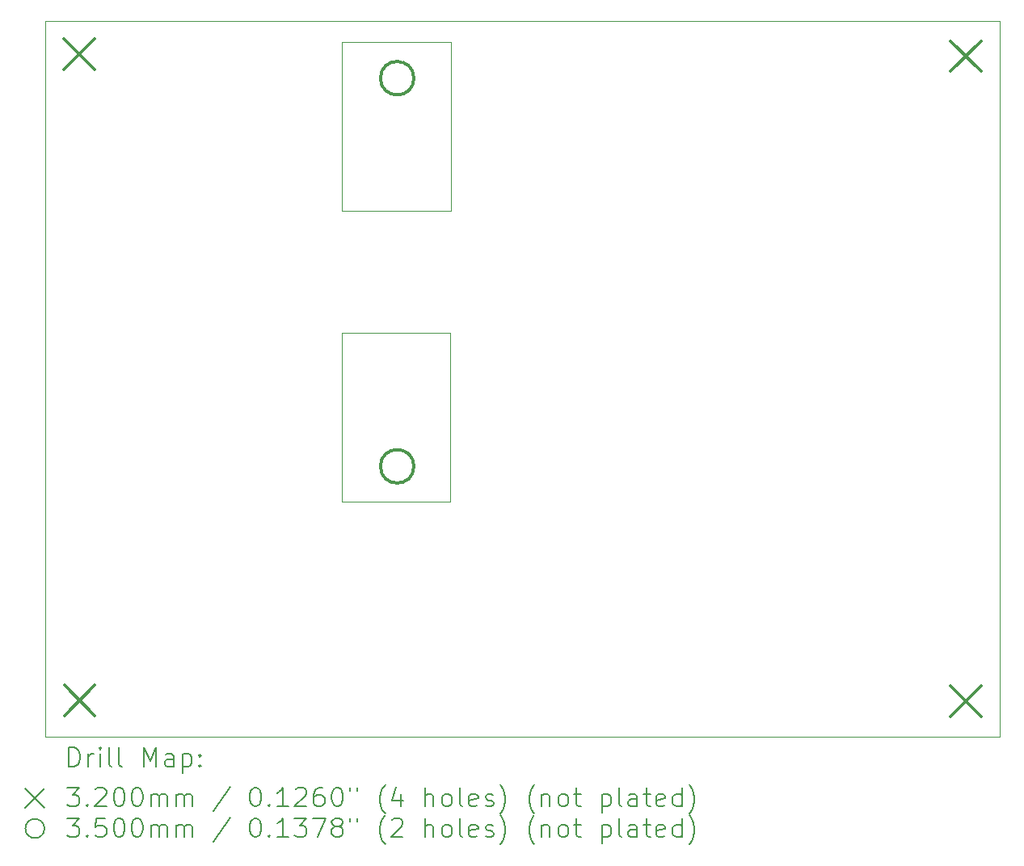
<source format=gbr>
%FSLAX45Y45*%
G04 Gerber Fmt 4.5, Leading zero omitted, Abs format (unit mm)*
G04 Created by KiCad (PCBNEW (6.0.1)) date 2022-01-26 11:25:28*
%MOMM*%
%LPD*%
G01*
G04 APERTURE LIST*
%TA.AperFunction,Profile*%
%ADD10C,0.100000*%
%TD*%
%ADD11C,0.200000*%
%ADD12C,0.320000*%
%ADD13C,0.350000*%
G04 APERTURE END LIST*
D10*
X4570000Y-15250000D02*
X14570000Y-15250000D01*
X14570000Y-15250000D02*
X14570000Y-7750000D01*
X14570000Y-7750000D02*
X4570000Y-7750000D01*
X4570000Y-7750000D02*
X4570000Y-15250000D01*
X7683500Y-9743440D02*
X8823960Y-9743440D01*
X8823960Y-9743440D02*
X8823960Y-7967980D01*
X8823960Y-7967980D02*
X7683500Y-7967980D01*
X7683500Y-7967980D02*
X7683500Y-9743440D01*
X7683500Y-11015980D02*
X8813800Y-11015980D01*
X8813800Y-11015980D02*
X8813800Y-12786360D01*
X8813800Y-12786360D02*
X7683500Y-12786360D01*
X7683500Y-12786360D02*
X7683500Y-11015980D01*
D11*
D12*
X4770000Y-7940000D02*
X5090000Y-8260000D01*
X5090000Y-7940000D02*
X4770000Y-8260000D01*
X4772680Y-14714240D02*
X5092680Y-15034240D01*
X5092680Y-14714240D02*
X4772680Y-15034240D01*
X14056380Y-14719320D02*
X14376380Y-15039320D01*
X14376380Y-14719320D02*
X14056380Y-15039320D01*
X14060000Y-7960000D02*
X14380000Y-8280000D01*
X14380000Y-7960000D02*
X14060000Y-8280000D01*
D13*
X8435000Y-8350750D02*
G75*
G03*
X8435000Y-8350750I-175000J0D01*
G01*
X8435000Y-12419250D02*
G75*
G03*
X8435000Y-12419250I-175000J0D01*
G01*
D11*
X4822619Y-15565476D02*
X4822619Y-15365476D01*
X4870238Y-15365476D01*
X4898810Y-15375000D01*
X4917857Y-15394048D01*
X4927381Y-15413095D01*
X4936905Y-15451190D01*
X4936905Y-15479762D01*
X4927381Y-15517857D01*
X4917857Y-15536905D01*
X4898810Y-15555952D01*
X4870238Y-15565476D01*
X4822619Y-15565476D01*
X5022619Y-15565476D02*
X5022619Y-15432143D01*
X5022619Y-15470238D02*
X5032143Y-15451190D01*
X5041667Y-15441667D01*
X5060714Y-15432143D01*
X5079762Y-15432143D01*
X5146429Y-15565476D02*
X5146429Y-15432143D01*
X5146429Y-15365476D02*
X5136905Y-15375000D01*
X5146429Y-15384524D01*
X5155952Y-15375000D01*
X5146429Y-15365476D01*
X5146429Y-15384524D01*
X5270238Y-15565476D02*
X5251190Y-15555952D01*
X5241667Y-15536905D01*
X5241667Y-15365476D01*
X5375000Y-15565476D02*
X5355952Y-15555952D01*
X5346429Y-15536905D01*
X5346429Y-15365476D01*
X5603571Y-15565476D02*
X5603571Y-15365476D01*
X5670238Y-15508333D01*
X5736905Y-15365476D01*
X5736905Y-15565476D01*
X5917857Y-15565476D02*
X5917857Y-15460714D01*
X5908333Y-15441667D01*
X5889286Y-15432143D01*
X5851190Y-15432143D01*
X5832143Y-15441667D01*
X5917857Y-15555952D02*
X5898809Y-15565476D01*
X5851190Y-15565476D01*
X5832143Y-15555952D01*
X5822619Y-15536905D01*
X5822619Y-15517857D01*
X5832143Y-15498809D01*
X5851190Y-15489286D01*
X5898809Y-15489286D01*
X5917857Y-15479762D01*
X6013095Y-15432143D02*
X6013095Y-15632143D01*
X6013095Y-15441667D02*
X6032143Y-15432143D01*
X6070238Y-15432143D01*
X6089286Y-15441667D01*
X6098809Y-15451190D01*
X6108333Y-15470238D01*
X6108333Y-15527381D01*
X6098809Y-15546428D01*
X6089286Y-15555952D01*
X6070238Y-15565476D01*
X6032143Y-15565476D01*
X6013095Y-15555952D01*
X6194048Y-15546428D02*
X6203571Y-15555952D01*
X6194048Y-15565476D01*
X6184524Y-15555952D01*
X6194048Y-15546428D01*
X6194048Y-15565476D01*
X6194048Y-15441667D02*
X6203571Y-15451190D01*
X6194048Y-15460714D01*
X6184524Y-15451190D01*
X6194048Y-15441667D01*
X6194048Y-15460714D01*
X4365000Y-15795000D02*
X4565000Y-15995000D01*
X4565000Y-15795000D02*
X4365000Y-15995000D01*
X4803571Y-15785476D02*
X4927381Y-15785476D01*
X4860714Y-15861667D01*
X4889286Y-15861667D01*
X4908333Y-15871190D01*
X4917857Y-15880714D01*
X4927381Y-15899762D01*
X4927381Y-15947381D01*
X4917857Y-15966428D01*
X4908333Y-15975952D01*
X4889286Y-15985476D01*
X4832143Y-15985476D01*
X4813095Y-15975952D01*
X4803571Y-15966428D01*
X5013095Y-15966428D02*
X5022619Y-15975952D01*
X5013095Y-15985476D01*
X5003571Y-15975952D01*
X5013095Y-15966428D01*
X5013095Y-15985476D01*
X5098810Y-15804524D02*
X5108333Y-15795000D01*
X5127381Y-15785476D01*
X5175000Y-15785476D01*
X5194048Y-15795000D01*
X5203571Y-15804524D01*
X5213095Y-15823571D01*
X5213095Y-15842619D01*
X5203571Y-15871190D01*
X5089286Y-15985476D01*
X5213095Y-15985476D01*
X5336905Y-15785476D02*
X5355952Y-15785476D01*
X5375000Y-15795000D01*
X5384524Y-15804524D01*
X5394048Y-15823571D01*
X5403571Y-15861667D01*
X5403571Y-15909286D01*
X5394048Y-15947381D01*
X5384524Y-15966428D01*
X5375000Y-15975952D01*
X5355952Y-15985476D01*
X5336905Y-15985476D01*
X5317857Y-15975952D01*
X5308333Y-15966428D01*
X5298810Y-15947381D01*
X5289286Y-15909286D01*
X5289286Y-15861667D01*
X5298810Y-15823571D01*
X5308333Y-15804524D01*
X5317857Y-15795000D01*
X5336905Y-15785476D01*
X5527381Y-15785476D02*
X5546429Y-15785476D01*
X5565476Y-15795000D01*
X5575000Y-15804524D01*
X5584524Y-15823571D01*
X5594048Y-15861667D01*
X5594048Y-15909286D01*
X5584524Y-15947381D01*
X5575000Y-15966428D01*
X5565476Y-15975952D01*
X5546429Y-15985476D01*
X5527381Y-15985476D01*
X5508333Y-15975952D01*
X5498810Y-15966428D01*
X5489286Y-15947381D01*
X5479762Y-15909286D01*
X5479762Y-15861667D01*
X5489286Y-15823571D01*
X5498810Y-15804524D01*
X5508333Y-15795000D01*
X5527381Y-15785476D01*
X5679762Y-15985476D02*
X5679762Y-15852143D01*
X5679762Y-15871190D02*
X5689286Y-15861667D01*
X5708333Y-15852143D01*
X5736905Y-15852143D01*
X5755952Y-15861667D01*
X5765476Y-15880714D01*
X5765476Y-15985476D01*
X5765476Y-15880714D02*
X5775000Y-15861667D01*
X5794048Y-15852143D01*
X5822619Y-15852143D01*
X5841667Y-15861667D01*
X5851190Y-15880714D01*
X5851190Y-15985476D01*
X5946428Y-15985476D02*
X5946428Y-15852143D01*
X5946428Y-15871190D02*
X5955952Y-15861667D01*
X5975000Y-15852143D01*
X6003571Y-15852143D01*
X6022619Y-15861667D01*
X6032143Y-15880714D01*
X6032143Y-15985476D01*
X6032143Y-15880714D02*
X6041667Y-15861667D01*
X6060714Y-15852143D01*
X6089286Y-15852143D01*
X6108333Y-15861667D01*
X6117857Y-15880714D01*
X6117857Y-15985476D01*
X6508333Y-15775952D02*
X6336905Y-16033095D01*
X6765476Y-15785476D02*
X6784524Y-15785476D01*
X6803571Y-15795000D01*
X6813095Y-15804524D01*
X6822619Y-15823571D01*
X6832143Y-15861667D01*
X6832143Y-15909286D01*
X6822619Y-15947381D01*
X6813095Y-15966428D01*
X6803571Y-15975952D01*
X6784524Y-15985476D01*
X6765476Y-15985476D01*
X6746428Y-15975952D01*
X6736905Y-15966428D01*
X6727381Y-15947381D01*
X6717857Y-15909286D01*
X6717857Y-15861667D01*
X6727381Y-15823571D01*
X6736905Y-15804524D01*
X6746428Y-15795000D01*
X6765476Y-15785476D01*
X6917857Y-15966428D02*
X6927381Y-15975952D01*
X6917857Y-15985476D01*
X6908333Y-15975952D01*
X6917857Y-15966428D01*
X6917857Y-15985476D01*
X7117857Y-15985476D02*
X7003571Y-15985476D01*
X7060714Y-15985476D02*
X7060714Y-15785476D01*
X7041667Y-15814048D01*
X7022619Y-15833095D01*
X7003571Y-15842619D01*
X7194048Y-15804524D02*
X7203571Y-15795000D01*
X7222619Y-15785476D01*
X7270238Y-15785476D01*
X7289286Y-15795000D01*
X7298809Y-15804524D01*
X7308333Y-15823571D01*
X7308333Y-15842619D01*
X7298809Y-15871190D01*
X7184524Y-15985476D01*
X7308333Y-15985476D01*
X7479762Y-15785476D02*
X7441667Y-15785476D01*
X7422619Y-15795000D01*
X7413095Y-15804524D01*
X7394048Y-15833095D01*
X7384524Y-15871190D01*
X7384524Y-15947381D01*
X7394048Y-15966428D01*
X7403571Y-15975952D01*
X7422619Y-15985476D01*
X7460714Y-15985476D01*
X7479762Y-15975952D01*
X7489286Y-15966428D01*
X7498809Y-15947381D01*
X7498809Y-15899762D01*
X7489286Y-15880714D01*
X7479762Y-15871190D01*
X7460714Y-15861667D01*
X7422619Y-15861667D01*
X7403571Y-15871190D01*
X7394048Y-15880714D01*
X7384524Y-15899762D01*
X7622619Y-15785476D02*
X7641667Y-15785476D01*
X7660714Y-15795000D01*
X7670238Y-15804524D01*
X7679762Y-15823571D01*
X7689286Y-15861667D01*
X7689286Y-15909286D01*
X7679762Y-15947381D01*
X7670238Y-15966428D01*
X7660714Y-15975952D01*
X7641667Y-15985476D01*
X7622619Y-15985476D01*
X7603571Y-15975952D01*
X7594048Y-15966428D01*
X7584524Y-15947381D01*
X7575000Y-15909286D01*
X7575000Y-15861667D01*
X7584524Y-15823571D01*
X7594048Y-15804524D01*
X7603571Y-15795000D01*
X7622619Y-15785476D01*
X7765476Y-15785476D02*
X7765476Y-15823571D01*
X7841667Y-15785476D02*
X7841667Y-15823571D01*
X8136905Y-16061667D02*
X8127381Y-16052143D01*
X8108333Y-16023571D01*
X8098809Y-16004524D01*
X8089286Y-15975952D01*
X8079762Y-15928333D01*
X8079762Y-15890238D01*
X8089286Y-15842619D01*
X8098809Y-15814048D01*
X8108333Y-15795000D01*
X8127381Y-15766428D01*
X8136905Y-15756905D01*
X8298809Y-15852143D02*
X8298809Y-15985476D01*
X8251190Y-15775952D02*
X8203571Y-15918809D01*
X8327381Y-15918809D01*
X8555952Y-15985476D02*
X8555952Y-15785476D01*
X8641667Y-15985476D02*
X8641667Y-15880714D01*
X8632143Y-15861667D01*
X8613095Y-15852143D01*
X8584524Y-15852143D01*
X8565476Y-15861667D01*
X8555952Y-15871190D01*
X8765476Y-15985476D02*
X8746429Y-15975952D01*
X8736905Y-15966428D01*
X8727381Y-15947381D01*
X8727381Y-15890238D01*
X8736905Y-15871190D01*
X8746429Y-15861667D01*
X8765476Y-15852143D01*
X8794048Y-15852143D01*
X8813095Y-15861667D01*
X8822619Y-15871190D01*
X8832143Y-15890238D01*
X8832143Y-15947381D01*
X8822619Y-15966428D01*
X8813095Y-15975952D01*
X8794048Y-15985476D01*
X8765476Y-15985476D01*
X8946429Y-15985476D02*
X8927381Y-15975952D01*
X8917857Y-15956905D01*
X8917857Y-15785476D01*
X9098810Y-15975952D02*
X9079762Y-15985476D01*
X9041667Y-15985476D01*
X9022619Y-15975952D01*
X9013095Y-15956905D01*
X9013095Y-15880714D01*
X9022619Y-15861667D01*
X9041667Y-15852143D01*
X9079762Y-15852143D01*
X9098810Y-15861667D01*
X9108333Y-15880714D01*
X9108333Y-15899762D01*
X9013095Y-15918809D01*
X9184524Y-15975952D02*
X9203571Y-15985476D01*
X9241667Y-15985476D01*
X9260714Y-15975952D01*
X9270238Y-15956905D01*
X9270238Y-15947381D01*
X9260714Y-15928333D01*
X9241667Y-15918809D01*
X9213095Y-15918809D01*
X9194048Y-15909286D01*
X9184524Y-15890238D01*
X9184524Y-15880714D01*
X9194048Y-15861667D01*
X9213095Y-15852143D01*
X9241667Y-15852143D01*
X9260714Y-15861667D01*
X9336905Y-16061667D02*
X9346429Y-16052143D01*
X9365476Y-16023571D01*
X9375000Y-16004524D01*
X9384524Y-15975952D01*
X9394048Y-15928333D01*
X9394048Y-15890238D01*
X9384524Y-15842619D01*
X9375000Y-15814048D01*
X9365476Y-15795000D01*
X9346429Y-15766428D01*
X9336905Y-15756905D01*
X9698810Y-16061667D02*
X9689286Y-16052143D01*
X9670238Y-16023571D01*
X9660714Y-16004524D01*
X9651190Y-15975952D01*
X9641667Y-15928333D01*
X9641667Y-15890238D01*
X9651190Y-15842619D01*
X9660714Y-15814048D01*
X9670238Y-15795000D01*
X9689286Y-15766428D01*
X9698810Y-15756905D01*
X9775000Y-15852143D02*
X9775000Y-15985476D01*
X9775000Y-15871190D02*
X9784524Y-15861667D01*
X9803571Y-15852143D01*
X9832143Y-15852143D01*
X9851190Y-15861667D01*
X9860714Y-15880714D01*
X9860714Y-15985476D01*
X9984524Y-15985476D02*
X9965476Y-15975952D01*
X9955952Y-15966428D01*
X9946429Y-15947381D01*
X9946429Y-15890238D01*
X9955952Y-15871190D01*
X9965476Y-15861667D01*
X9984524Y-15852143D01*
X10013095Y-15852143D01*
X10032143Y-15861667D01*
X10041667Y-15871190D01*
X10051190Y-15890238D01*
X10051190Y-15947381D01*
X10041667Y-15966428D01*
X10032143Y-15975952D01*
X10013095Y-15985476D01*
X9984524Y-15985476D01*
X10108333Y-15852143D02*
X10184524Y-15852143D01*
X10136905Y-15785476D02*
X10136905Y-15956905D01*
X10146429Y-15975952D01*
X10165476Y-15985476D01*
X10184524Y-15985476D01*
X10403571Y-15852143D02*
X10403571Y-16052143D01*
X10403571Y-15861667D02*
X10422619Y-15852143D01*
X10460714Y-15852143D01*
X10479762Y-15861667D01*
X10489286Y-15871190D01*
X10498810Y-15890238D01*
X10498810Y-15947381D01*
X10489286Y-15966428D01*
X10479762Y-15975952D01*
X10460714Y-15985476D01*
X10422619Y-15985476D01*
X10403571Y-15975952D01*
X10613095Y-15985476D02*
X10594048Y-15975952D01*
X10584524Y-15956905D01*
X10584524Y-15785476D01*
X10775000Y-15985476D02*
X10775000Y-15880714D01*
X10765476Y-15861667D01*
X10746429Y-15852143D01*
X10708333Y-15852143D01*
X10689286Y-15861667D01*
X10775000Y-15975952D02*
X10755952Y-15985476D01*
X10708333Y-15985476D01*
X10689286Y-15975952D01*
X10679762Y-15956905D01*
X10679762Y-15937857D01*
X10689286Y-15918809D01*
X10708333Y-15909286D01*
X10755952Y-15909286D01*
X10775000Y-15899762D01*
X10841667Y-15852143D02*
X10917857Y-15852143D01*
X10870238Y-15785476D02*
X10870238Y-15956905D01*
X10879762Y-15975952D01*
X10898810Y-15985476D01*
X10917857Y-15985476D01*
X11060714Y-15975952D02*
X11041667Y-15985476D01*
X11003571Y-15985476D01*
X10984524Y-15975952D01*
X10975000Y-15956905D01*
X10975000Y-15880714D01*
X10984524Y-15861667D01*
X11003571Y-15852143D01*
X11041667Y-15852143D01*
X11060714Y-15861667D01*
X11070238Y-15880714D01*
X11070238Y-15899762D01*
X10975000Y-15918809D01*
X11241667Y-15985476D02*
X11241667Y-15785476D01*
X11241667Y-15975952D02*
X11222619Y-15985476D01*
X11184524Y-15985476D01*
X11165476Y-15975952D01*
X11155952Y-15966428D01*
X11146429Y-15947381D01*
X11146429Y-15890238D01*
X11155952Y-15871190D01*
X11165476Y-15861667D01*
X11184524Y-15852143D01*
X11222619Y-15852143D01*
X11241667Y-15861667D01*
X11317857Y-16061667D02*
X11327381Y-16052143D01*
X11346428Y-16023571D01*
X11355952Y-16004524D01*
X11365476Y-15975952D01*
X11375000Y-15928333D01*
X11375000Y-15890238D01*
X11365476Y-15842619D01*
X11355952Y-15814048D01*
X11346428Y-15795000D01*
X11327381Y-15766428D01*
X11317857Y-15756905D01*
X4565000Y-16215000D02*
G75*
G03*
X4565000Y-16215000I-100000J0D01*
G01*
X4803571Y-16105476D02*
X4927381Y-16105476D01*
X4860714Y-16181667D01*
X4889286Y-16181667D01*
X4908333Y-16191190D01*
X4917857Y-16200714D01*
X4927381Y-16219762D01*
X4927381Y-16267381D01*
X4917857Y-16286428D01*
X4908333Y-16295952D01*
X4889286Y-16305476D01*
X4832143Y-16305476D01*
X4813095Y-16295952D01*
X4803571Y-16286428D01*
X5013095Y-16286428D02*
X5022619Y-16295952D01*
X5013095Y-16305476D01*
X5003571Y-16295952D01*
X5013095Y-16286428D01*
X5013095Y-16305476D01*
X5203571Y-16105476D02*
X5108333Y-16105476D01*
X5098810Y-16200714D01*
X5108333Y-16191190D01*
X5127381Y-16181667D01*
X5175000Y-16181667D01*
X5194048Y-16191190D01*
X5203571Y-16200714D01*
X5213095Y-16219762D01*
X5213095Y-16267381D01*
X5203571Y-16286428D01*
X5194048Y-16295952D01*
X5175000Y-16305476D01*
X5127381Y-16305476D01*
X5108333Y-16295952D01*
X5098810Y-16286428D01*
X5336905Y-16105476D02*
X5355952Y-16105476D01*
X5375000Y-16115000D01*
X5384524Y-16124524D01*
X5394048Y-16143571D01*
X5403571Y-16181667D01*
X5403571Y-16229286D01*
X5394048Y-16267381D01*
X5384524Y-16286428D01*
X5375000Y-16295952D01*
X5355952Y-16305476D01*
X5336905Y-16305476D01*
X5317857Y-16295952D01*
X5308333Y-16286428D01*
X5298810Y-16267381D01*
X5289286Y-16229286D01*
X5289286Y-16181667D01*
X5298810Y-16143571D01*
X5308333Y-16124524D01*
X5317857Y-16115000D01*
X5336905Y-16105476D01*
X5527381Y-16105476D02*
X5546429Y-16105476D01*
X5565476Y-16115000D01*
X5575000Y-16124524D01*
X5584524Y-16143571D01*
X5594048Y-16181667D01*
X5594048Y-16229286D01*
X5584524Y-16267381D01*
X5575000Y-16286428D01*
X5565476Y-16295952D01*
X5546429Y-16305476D01*
X5527381Y-16305476D01*
X5508333Y-16295952D01*
X5498810Y-16286428D01*
X5489286Y-16267381D01*
X5479762Y-16229286D01*
X5479762Y-16181667D01*
X5489286Y-16143571D01*
X5498810Y-16124524D01*
X5508333Y-16115000D01*
X5527381Y-16105476D01*
X5679762Y-16305476D02*
X5679762Y-16172143D01*
X5679762Y-16191190D02*
X5689286Y-16181667D01*
X5708333Y-16172143D01*
X5736905Y-16172143D01*
X5755952Y-16181667D01*
X5765476Y-16200714D01*
X5765476Y-16305476D01*
X5765476Y-16200714D02*
X5775000Y-16181667D01*
X5794048Y-16172143D01*
X5822619Y-16172143D01*
X5841667Y-16181667D01*
X5851190Y-16200714D01*
X5851190Y-16305476D01*
X5946428Y-16305476D02*
X5946428Y-16172143D01*
X5946428Y-16191190D02*
X5955952Y-16181667D01*
X5975000Y-16172143D01*
X6003571Y-16172143D01*
X6022619Y-16181667D01*
X6032143Y-16200714D01*
X6032143Y-16305476D01*
X6032143Y-16200714D02*
X6041667Y-16181667D01*
X6060714Y-16172143D01*
X6089286Y-16172143D01*
X6108333Y-16181667D01*
X6117857Y-16200714D01*
X6117857Y-16305476D01*
X6508333Y-16095952D02*
X6336905Y-16353095D01*
X6765476Y-16105476D02*
X6784524Y-16105476D01*
X6803571Y-16115000D01*
X6813095Y-16124524D01*
X6822619Y-16143571D01*
X6832143Y-16181667D01*
X6832143Y-16229286D01*
X6822619Y-16267381D01*
X6813095Y-16286428D01*
X6803571Y-16295952D01*
X6784524Y-16305476D01*
X6765476Y-16305476D01*
X6746428Y-16295952D01*
X6736905Y-16286428D01*
X6727381Y-16267381D01*
X6717857Y-16229286D01*
X6717857Y-16181667D01*
X6727381Y-16143571D01*
X6736905Y-16124524D01*
X6746428Y-16115000D01*
X6765476Y-16105476D01*
X6917857Y-16286428D02*
X6927381Y-16295952D01*
X6917857Y-16305476D01*
X6908333Y-16295952D01*
X6917857Y-16286428D01*
X6917857Y-16305476D01*
X7117857Y-16305476D02*
X7003571Y-16305476D01*
X7060714Y-16305476D02*
X7060714Y-16105476D01*
X7041667Y-16134048D01*
X7022619Y-16153095D01*
X7003571Y-16162619D01*
X7184524Y-16105476D02*
X7308333Y-16105476D01*
X7241667Y-16181667D01*
X7270238Y-16181667D01*
X7289286Y-16191190D01*
X7298809Y-16200714D01*
X7308333Y-16219762D01*
X7308333Y-16267381D01*
X7298809Y-16286428D01*
X7289286Y-16295952D01*
X7270238Y-16305476D01*
X7213095Y-16305476D01*
X7194048Y-16295952D01*
X7184524Y-16286428D01*
X7375000Y-16105476D02*
X7508333Y-16105476D01*
X7422619Y-16305476D01*
X7613095Y-16191190D02*
X7594048Y-16181667D01*
X7584524Y-16172143D01*
X7575000Y-16153095D01*
X7575000Y-16143571D01*
X7584524Y-16124524D01*
X7594048Y-16115000D01*
X7613095Y-16105476D01*
X7651190Y-16105476D01*
X7670238Y-16115000D01*
X7679762Y-16124524D01*
X7689286Y-16143571D01*
X7689286Y-16153095D01*
X7679762Y-16172143D01*
X7670238Y-16181667D01*
X7651190Y-16191190D01*
X7613095Y-16191190D01*
X7594048Y-16200714D01*
X7584524Y-16210238D01*
X7575000Y-16229286D01*
X7575000Y-16267381D01*
X7584524Y-16286428D01*
X7594048Y-16295952D01*
X7613095Y-16305476D01*
X7651190Y-16305476D01*
X7670238Y-16295952D01*
X7679762Y-16286428D01*
X7689286Y-16267381D01*
X7689286Y-16229286D01*
X7679762Y-16210238D01*
X7670238Y-16200714D01*
X7651190Y-16191190D01*
X7765476Y-16105476D02*
X7765476Y-16143571D01*
X7841667Y-16105476D02*
X7841667Y-16143571D01*
X8136905Y-16381667D02*
X8127381Y-16372143D01*
X8108333Y-16343571D01*
X8098809Y-16324524D01*
X8089286Y-16295952D01*
X8079762Y-16248333D01*
X8079762Y-16210238D01*
X8089286Y-16162619D01*
X8098809Y-16134048D01*
X8108333Y-16115000D01*
X8127381Y-16086428D01*
X8136905Y-16076905D01*
X8203571Y-16124524D02*
X8213095Y-16115000D01*
X8232143Y-16105476D01*
X8279762Y-16105476D01*
X8298809Y-16115000D01*
X8308333Y-16124524D01*
X8317857Y-16143571D01*
X8317857Y-16162619D01*
X8308333Y-16191190D01*
X8194048Y-16305476D01*
X8317857Y-16305476D01*
X8555952Y-16305476D02*
X8555952Y-16105476D01*
X8641667Y-16305476D02*
X8641667Y-16200714D01*
X8632143Y-16181667D01*
X8613095Y-16172143D01*
X8584524Y-16172143D01*
X8565476Y-16181667D01*
X8555952Y-16191190D01*
X8765476Y-16305476D02*
X8746429Y-16295952D01*
X8736905Y-16286428D01*
X8727381Y-16267381D01*
X8727381Y-16210238D01*
X8736905Y-16191190D01*
X8746429Y-16181667D01*
X8765476Y-16172143D01*
X8794048Y-16172143D01*
X8813095Y-16181667D01*
X8822619Y-16191190D01*
X8832143Y-16210238D01*
X8832143Y-16267381D01*
X8822619Y-16286428D01*
X8813095Y-16295952D01*
X8794048Y-16305476D01*
X8765476Y-16305476D01*
X8946429Y-16305476D02*
X8927381Y-16295952D01*
X8917857Y-16276905D01*
X8917857Y-16105476D01*
X9098810Y-16295952D02*
X9079762Y-16305476D01*
X9041667Y-16305476D01*
X9022619Y-16295952D01*
X9013095Y-16276905D01*
X9013095Y-16200714D01*
X9022619Y-16181667D01*
X9041667Y-16172143D01*
X9079762Y-16172143D01*
X9098810Y-16181667D01*
X9108333Y-16200714D01*
X9108333Y-16219762D01*
X9013095Y-16238809D01*
X9184524Y-16295952D02*
X9203571Y-16305476D01*
X9241667Y-16305476D01*
X9260714Y-16295952D01*
X9270238Y-16276905D01*
X9270238Y-16267381D01*
X9260714Y-16248333D01*
X9241667Y-16238809D01*
X9213095Y-16238809D01*
X9194048Y-16229286D01*
X9184524Y-16210238D01*
X9184524Y-16200714D01*
X9194048Y-16181667D01*
X9213095Y-16172143D01*
X9241667Y-16172143D01*
X9260714Y-16181667D01*
X9336905Y-16381667D02*
X9346429Y-16372143D01*
X9365476Y-16343571D01*
X9375000Y-16324524D01*
X9384524Y-16295952D01*
X9394048Y-16248333D01*
X9394048Y-16210238D01*
X9384524Y-16162619D01*
X9375000Y-16134048D01*
X9365476Y-16115000D01*
X9346429Y-16086428D01*
X9336905Y-16076905D01*
X9698810Y-16381667D02*
X9689286Y-16372143D01*
X9670238Y-16343571D01*
X9660714Y-16324524D01*
X9651190Y-16295952D01*
X9641667Y-16248333D01*
X9641667Y-16210238D01*
X9651190Y-16162619D01*
X9660714Y-16134048D01*
X9670238Y-16115000D01*
X9689286Y-16086428D01*
X9698810Y-16076905D01*
X9775000Y-16172143D02*
X9775000Y-16305476D01*
X9775000Y-16191190D02*
X9784524Y-16181667D01*
X9803571Y-16172143D01*
X9832143Y-16172143D01*
X9851190Y-16181667D01*
X9860714Y-16200714D01*
X9860714Y-16305476D01*
X9984524Y-16305476D02*
X9965476Y-16295952D01*
X9955952Y-16286428D01*
X9946429Y-16267381D01*
X9946429Y-16210238D01*
X9955952Y-16191190D01*
X9965476Y-16181667D01*
X9984524Y-16172143D01*
X10013095Y-16172143D01*
X10032143Y-16181667D01*
X10041667Y-16191190D01*
X10051190Y-16210238D01*
X10051190Y-16267381D01*
X10041667Y-16286428D01*
X10032143Y-16295952D01*
X10013095Y-16305476D01*
X9984524Y-16305476D01*
X10108333Y-16172143D02*
X10184524Y-16172143D01*
X10136905Y-16105476D02*
X10136905Y-16276905D01*
X10146429Y-16295952D01*
X10165476Y-16305476D01*
X10184524Y-16305476D01*
X10403571Y-16172143D02*
X10403571Y-16372143D01*
X10403571Y-16181667D02*
X10422619Y-16172143D01*
X10460714Y-16172143D01*
X10479762Y-16181667D01*
X10489286Y-16191190D01*
X10498810Y-16210238D01*
X10498810Y-16267381D01*
X10489286Y-16286428D01*
X10479762Y-16295952D01*
X10460714Y-16305476D01*
X10422619Y-16305476D01*
X10403571Y-16295952D01*
X10613095Y-16305476D02*
X10594048Y-16295952D01*
X10584524Y-16276905D01*
X10584524Y-16105476D01*
X10775000Y-16305476D02*
X10775000Y-16200714D01*
X10765476Y-16181667D01*
X10746429Y-16172143D01*
X10708333Y-16172143D01*
X10689286Y-16181667D01*
X10775000Y-16295952D02*
X10755952Y-16305476D01*
X10708333Y-16305476D01*
X10689286Y-16295952D01*
X10679762Y-16276905D01*
X10679762Y-16257857D01*
X10689286Y-16238809D01*
X10708333Y-16229286D01*
X10755952Y-16229286D01*
X10775000Y-16219762D01*
X10841667Y-16172143D02*
X10917857Y-16172143D01*
X10870238Y-16105476D02*
X10870238Y-16276905D01*
X10879762Y-16295952D01*
X10898810Y-16305476D01*
X10917857Y-16305476D01*
X11060714Y-16295952D02*
X11041667Y-16305476D01*
X11003571Y-16305476D01*
X10984524Y-16295952D01*
X10975000Y-16276905D01*
X10975000Y-16200714D01*
X10984524Y-16181667D01*
X11003571Y-16172143D01*
X11041667Y-16172143D01*
X11060714Y-16181667D01*
X11070238Y-16200714D01*
X11070238Y-16219762D01*
X10975000Y-16238809D01*
X11241667Y-16305476D02*
X11241667Y-16105476D01*
X11241667Y-16295952D02*
X11222619Y-16305476D01*
X11184524Y-16305476D01*
X11165476Y-16295952D01*
X11155952Y-16286428D01*
X11146429Y-16267381D01*
X11146429Y-16210238D01*
X11155952Y-16191190D01*
X11165476Y-16181667D01*
X11184524Y-16172143D01*
X11222619Y-16172143D01*
X11241667Y-16181667D01*
X11317857Y-16381667D02*
X11327381Y-16372143D01*
X11346428Y-16343571D01*
X11355952Y-16324524D01*
X11365476Y-16295952D01*
X11375000Y-16248333D01*
X11375000Y-16210238D01*
X11365476Y-16162619D01*
X11355952Y-16134048D01*
X11346428Y-16115000D01*
X11327381Y-16086428D01*
X11317857Y-16076905D01*
M02*

</source>
